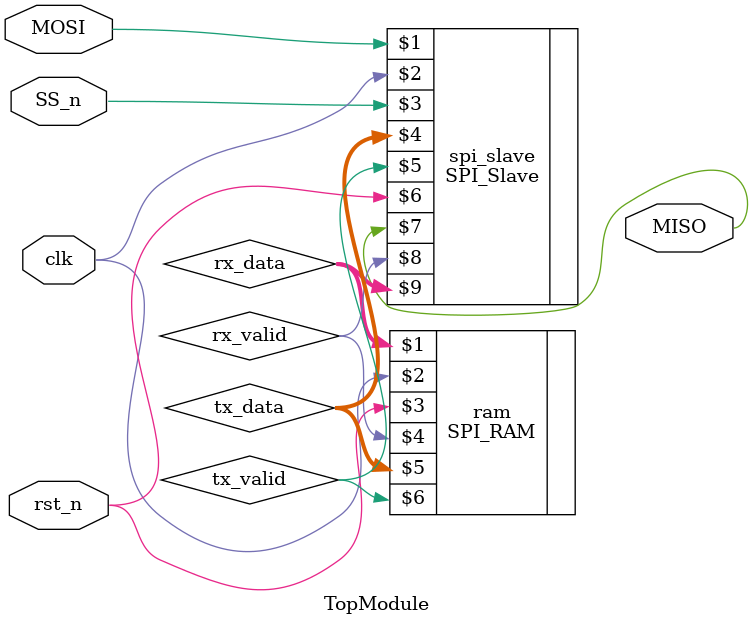
<source format=v>
module TopModule(MOSI,clk,SS_n,rst_n,MISO);

    input MOSI,clk,SS_n,rst_n;
    output MISO;
   
    wire [9:0] rx_data;
    wire rx_valid,tx_valid;
    wire [7:0] tx_data;

    SPI_Slave spi_slave (MOSI,clk,SS_n,tx_data,tx_valid,rst_n,MISO,rx_valid,rx_data);
    
    SPI_RAM ram(rx_data,clk,rst_n,rx_valid,tx_data,tx_valid);

endmodule
</source>
